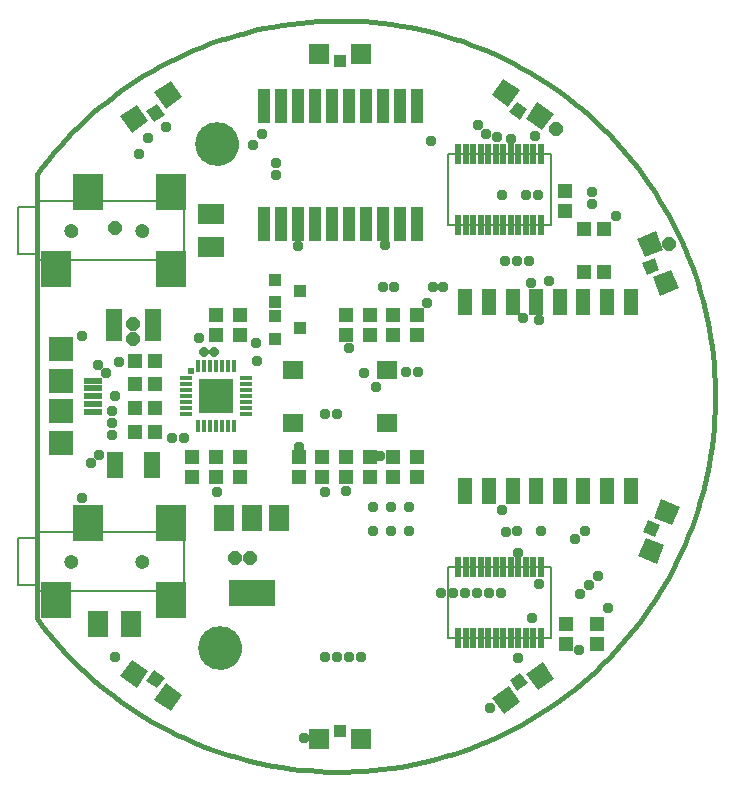
<source format=gts>
G75*
%MOIN*%
%OFA0B0*%
%FSLAX25Y25*%
%IPPOS*%
%LPD*%
%AMOC8*
5,1,8,0,0,1.08239X$1,22.5*
%
%ADD10C,0.01600*%
%ADD11C,0.00000*%
%ADD12C,0.14580*%
%ADD13R,0.04737X0.05131*%
%ADD14R,0.05131X0.04737*%
%ADD15R,0.06706X0.08674*%
%ADD16R,0.15761X0.08674*%
%ADD17R,0.05524X0.08674*%
%ADD18R,0.04737X0.08674*%
%ADD19R,0.06902X0.05918*%
%ADD20R,0.06312X0.02178*%
%ADD21R,0.08280X0.07887*%
%ADD22R,0.08280X0.08280*%
%ADD23R,0.10249X0.12414*%
%ADD24C,0.04737*%
%ADD25C,0.00500*%
%ADD26R,0.04343X0.04343*%
%ADD27R,0.06706X0.06706*%
%ADD28R,0.04343X0.04343*%
%ADD29R,0.06706X0.06706*%
%ADD30R,0.04134X0.01575*%
%ADD31R,0.01969X0.01969*%
%ADD32R,0.11811X0.11811*%
%ADD33R,0.01575X0.04134*%
%ADD34R,0.05524X0.10643*%
%ADD35R,0.04343X0.11824*%
%ADD36R,0.01981X0.06706*%
%ADD37R,0.04343X0.03950*%
%ADD38R,0.08674X0.07099*%
%ADD39R,0.07099X0.08674*%
%ADD40OC8,0.03600*%
%ADD41OC8,0.03581*%
%ADD42OC8,0.04400*%
%ADD43OC8,0.03400*%
%ADD44OC8,0.03200*%
D10*
X0049772Y0066937D02*
X0049772Y0214969D01*
X0051614Y0217418D01*
X0053515Y0219821D01*
X0055474Y0222176D01*
X0057491Y0224483D01*
X0059563Y0226740D01*
X0061690Y0228946D01*
X0063871Y0231099D01*
X0066103Y0233198D01*
X0068386Y0235242D01*
X0070719Y0237229D01*
X0073099Y0239158D01*
X0075526Y0241029D01*
X0077998Y0242840D01*
X0080513Y0244589D01*
X0083071Y0246277D01*
X0085669Y0247901D01*
X0088306Y0249462D01*
X0090981Y0250957D01*
X0093691Y0252387D01*
X0096435Y0253749D01*
X0099212Y0255044D01*
X0102020Y0256271D01*
X0104857Y0257429D01*
X0107722Y0258517D01*
X0110612Y0259534D01*
X0113526Y0260481D01*
X0116463Y0261355D01*
X0119420Y0262158D01*
X0122396Y0262888D01*
X0125389Y0263545D01*
X0128397Y0264129D01*
X0131419Y0264638D01*
X0134452Y0265074D01*
X0137494Y0265435D01*
X0140545Y0265722D01*
X0143602Y0265934D01*
X0146663Y0266071D01*
X0149727Y0266133D01*
X0152791Y0266120D01*
X0155854Y0266032D01*
X0158913Y0265869D01*
X0161968Y0265632D01*
X0165016Y0265319D01*
X0168056Y0264932D01*
X0171085Y0264471D01*
X0174102Y0263936D01*
X0177105Y0263327D01*
X0180093Y0262645D01*
X0183062Y0261890D01*
X0186013Y0261062D01*
X0188942Y0260163D01*
X0191848Y0259192D01*
X0194730Y0258150D01*
X0197585Y0257038D01*
X0200412Y0255857D01*
X0203210Y0254606D01*
X0205976Y0253288D01*
X0208708Y0251902D01*
X0211407Y0250450D01*
X0214068Y0248932D01*
X0216692Y0247349D01*
X0219277Y0245703D01*
X0221820Y0243994D01*
X0224321Y0242223D01*
X0226777Y0240392D01*
X0229188Y0238501D01*
X0231552Y0236551D01*
X0233868Y0234544D01*
X0236133Y0232481D01*
X0238348Y0230364D01*
X0240510Y0228192D01*
X0242619Y0225969D01*
X0244672Y0223695D01*
X0246669Y0221370D01*
X0248608Y0218998D01*
X0250489Y0216579D01*
X0252310Y0214115D01*
X0254071Y0211607D01*
X0255769Y0209056D01*
X0257404Y0206465D01*
X0258976Y0203835D01*
X0260482Y0201167D01*
X0261923Y0198462D01*
X0263297Y0195724D01*
X0264604Y0192952D01*
X0265843Y0190149D01*
X0267012Y0187317D01*
X0268112Y0184457D01*
X0269142Y0181571D01*
X0270101Y0178661D01*
X0270988Y0175728D01*
X0271803Y0172774D01*
X0272546Y0169802D01*
X0273215Y0166811D01*
X0273811Y0163806D01*
X0274334Y0160787D01*
X0274782Y0157755D01*
X0275156Y0154714D01*
X0275456Y0151665D01*
X0275681Y0148609D01*
X0275831Y0145548D01*
X0275906Y0142485D01*
X0275906Y0139421D01*
X0275831Y0136358D01*
X0275681Y0133297D01*
X0275456Y0130241D01*
X0275156Y0127192D01*
X0274782Y0124151D01*
X0274334Y0121119D01*
X0273811Y0118100D01*
X0273215Y0115095D01*
X0272546Y0112104D01*
X0271803Y0109132D01*
X0270988Y0106178D01*
X0270101Y0103245D01*
X0269142Y0100335D01*
X0268112Y0097449D01*
X0267012Y0094589D01*
X0265843Y0091757D01*
X0264604Y0088954D01*
X0263297Y0086182D01*
X0261923Y0083444D01*
X0260482Y0080739D01*
X0258976Y0078071D01*
X0257404Y0075441D01*
X0255769Y0072850D01*
X0254071Y0070299D01*
X0252310Y0067791D01*
X0250489Y0065327D01*
X0248608Y0062908D01*
X0246669Y0060536D01*
X0244672Y0058211D01*
X0242619Y0055937D01*
X0240510Y0053714D01*
X0238348Y0051542D01*
X0236133Y0049425D01*
X0233868Y0047362D01*
X0231552Y0045355D01*
X0229188Y0043405D01*
X0226777Y0041514D01*
X0224321Y0039683D01*
X0221820Y0037912D01*
X0219277Y0036203D01*
X0216692Y0034557D01*
X0214068Y0032974D01*
X0211407Y0031456D01*
X0208708Y0030004D01*
X0205976Y0028618D01*
X0203210Y0027300D01*
X0200412Y0026049D01*
X0197585Y0024868D01*
X0194730Y0023756D01*
X0191848Y0022714D01*
X0188942Y0021743D01*
X0186013Y0020844D01*
X0183062Y0020016D01*
X0180093Y0019261D01*
X0177105Y0018579D01*
X0174102Y0017970D01*
X0171085Y0017435D01*
X0168056Y0016974D01*
X0165016Y0016587D01*
X0161968Y0016274D01*
X0158913Y0016037D01*
X0155854Y0015874D01*
X0152791Y0015786D01*
X0149727Y0015773D01*
X0146663Y0015835D01*
X0143602Y0015972D01*
X0140545Y0016184D01*
X0137494Y0016471D01*
X0134452Y0016832D01*
X0131419Y0017268D01*
X0128397Y0017777D01*
X0125389Y0018361D01*
X0122396Y0019018D01*
X0119420Y0019748D01*
X0116463Y0020551D01*
X0113526Y0021425D01*
X0110612Y0022372D01*
X0107722Y0023389D01*
X0104857Y0024477D01*
X0102020Y0025635D01*
X0099212Y0026862D01*
X0096435Y0028157D01*
X0093691Y0029519D01*
X0090981Y0030949D01*
X0088306Y0032444D01*
X0085669Y0034005D01*
X0083071Y0035629D01*
X0080513Y0037317D01*
X0077998Y0039066D01*
X0075526Y0040877D01*
X0073099Y0042748D01*
X0070719Y0044677D01*
X0068386Y0046664D01*
X0066103Y0048708D01*
X0063871Y0050807D01*
X0061690Y0052960D01*
X0059563Y0055166D01*
X0057491Y0057423D01*
X0055474Y0059730D01*
X0053515Y0062085D01*
X0051614Y0064488D01*
X0049772Y0066937D01*
D11*
X0059417Y0085835D02*
X0059419Y0085923D01*
X0059425Y0086011D01*
X0059435Y0086099D01*
X0059449Y0086187D01*
X0059466Y0086273D01*
X0059488Y0086359D01*
X0059513Y0086443D01*
X0059543Y0086527D01*
X0059575Y0086609D01*
X0059612Y0086689D01*
X0059652Y0086768D01*
X0059696Y0086845D01*
X0059743Y0086920D01*
X0059793Y0086992D01*
X0059847Y0087063D01*
X0059903Y0087130D01*
X0059963Y0087196D01*
X0060025Y0087258D01*
X0060091Y0087318D01*
X0060158Y0087374D01*
X0060229Y0087428D01*
X0060301Y0087478D01*
X0060376Y0087525D01*
X0060453Y0087569D01*
X0060532Y0087609D01*
X0060612Y0087646D01*
X0060694Y0087678D01*
X0060778Y0087708D01*
X0060862Y0087733D01*
X0060948Y0087755D01*
X0061034Y0087772D01*
X0061122Y0087786D01*
X0061210Y0087796D01*
X0061298Y0087802D01*
X0061386Y0087804D01*
X0061474Y0087802D01*
X0061562Y0087796D01*
X0061650Y0087786D01*
X0061738Y0087772D01*
X0061824Y0087755D01*
X0061910Y0087733D01*
X0061994Y0087708D01*
X0062078Y0087678D01*
X0062160Y0087646D01*
X0062240Y0087609D01*
X0062319Y0087569D01*
X0062396Y0087525D01*
X0062471Y0087478D01*
X0062543Y0087428D01*
X0062614Y0087374D01*
X0062681Y0087318D01*
X0062747Y0087258D01*
X0062809Y0087196D01*
X0062869Y0087130D01*
X0062925Y0087063D01*
X0062979Y0086992D01*
X0063029Y0086920D01*
X0063076Y0086845D01*
X0063120Y0086768D01*
X0063160Y0086689D01*
X0063197Y0086609D01*
X0063229Y0086527D01*
X0063259Y0086443D01*
X0063284Y0086359D01*
X0063306Y0086273D01*
X0063323Y0086187D01*
X0063337Y0086099D01*
X0063347Y0086011D01*
X0063353Y0085923D01*
X0063355Y0085835D01*
X0063353Y0085747D01*
X0063347Y0085659D01*
X0063337Y0085571D01*
X0063323Y0085483D01*
X0063306Y0085397D01*
X0063284Y0085311D01*
X0063259Y0085227D01*
X0063229Y0085143D01*
X0063197Y0085061D01*
X0063160Y0084981D01*
X0063120Y0084902D01*
X0063076Y0084825D01*
X0063029Y0084750D01*
X0062979Y0084678D01*
X0062925Y0084607D01*
X0062869Y0084540D01*
X0062809Y0084474D01*
X0062747Y0084412D01*
X0062681Y0084352D01*
X0062614Y0084296D01*
X0062543Y0084242D01*
X0062471Y0084192D01*
X0062396Y0084145D01*
X0062319Y0084101D01*
X0062240Y0084061D01*
X0062160Y0084024D01*
X0062078Y0083992D01*
X0061994Y0083962D01*
X0061910Y0083937D01*
X0061824Y0083915D01*
X0061738Y0083898D01*
X0061650Y0083884D01*
X0061562Y0083874D01*
X0061474Y0083868D01*
X0061386Y0083866D01*
X0061298Y0083868D01*
X0061210Y0083874D01*
X0061122Y0083884D01*
X0061034Y0083898D01*
X0060948Y0083915D01*
X0060862Y0083937D01*
X0060778Y0083962D01*
X0060694Y0083992D01*
X0060612Y0084024D01*
X0060532Y0084061D01*
X0060453Y0084101D01*
X0060376Y0084145D01*
X0060301Y0084192D01*
X0060229Y0084242D01*
X0060158Y0084296D01*
X0060091Y0084352D01*
X0060025Y0084412D01*
X0059963Y0084474D01*
X0059903Y0084540D01*
X0059847Y0084607D01*
X0059793Y0084678D01*
X0059743Y0084750D01*
X0059696Y0084825D01*
X0059652Y0084902D01*
X0059612Y0084981D01*
X0059575Y0085061D01*
X0059543Y0085143D01*
X0059513Y0085227D01*
X0059488Y0085311D01*
X0059466Y0085397D01*
X0059449Y0085483D01*
X0059435Y0085571D01*
X0059425Y0085659D01*
X0059419Y0085747D01*
X0059417Y0085835D01*
X0083039Y0085835D02*
X0083041Y0085923D01*
X0083047Y0086011D01*
X0083057Y0086099D01*
X0083071Y0086187D01*
X0083088Y0086273D01*
X0083110Y0086359D01*
X0083135Y0086443D01*
X0083165Y0086527D01*
X0083197Y0086609D01*
X0083234Y0086689D01*
X0083274Y0086768D01*
X0083318Y0086845D01*
X0083365Y0086920D01*
X0083415Y0086992D01*
X0083469Y0087063D01*
X0083525Y0087130D01*
X0083585Y0087196D01*
X0083647Y0087258D01*
X0083713Y0087318D01*
X0083780Y0087374D01*
X0083851Y0087428D01*
X0083923Y0087478D01*
X0083998Y0087525D01*
X0084075Y0087569D01*
X0084154Y0087609D01*
X0084234Y0087646D01*
X0084316Y0087678D01*
X0084400Y0087708D01*
X0084484Y0087733D01*
X0084570Y0087755D01*
X0084656Y0087772D01*
X0084744Y0087786D01*
X0084832Y0087796D01*
X0084920Y0087802D01*
X0085008Y0087804D01*
X0085096Y0087802D01*
X0085184Y0087796D01*
X0085272Y0087786D01*
X0085360Y0087772D01*
X0085446Y0087755D01*
X0085532Y0087733D01*
X0085616Y0087708D01*
X0085700Y0087678D01*
X0085782Y0087646D01*
X0085862Y0087609D01*
X0085941Y0087569D01*
X0086018Y0087525D01*
X0086093Y0087478D01*
X0086165Y0087428D01*
X0086236Y0087374D01*
X0086303Y0087318D01*
X0086369Y0087258D01*
X0086431Y0087196D01*
X0086491Y0087130D01*
X0086547Y0087063D01*
X0086601Y0086992D01*
X0086651Y0086920D01*
X0086698Y0086845D01*
X0086742Y0086768D01*
X0086782Y0086689D01*
X0086819Y0086609D01*
X0086851Y0086527D01*
X0086881Y0086443D01*
X0086906Y0086359D01*
X0086928Y0086273D01*
X0086945Y0086187D01*
X0086959Y0086099D01*
X0086969Y0086011D01*
X0086975Y0085923D01*
X0086977Y0085835D01*
X0086975Y0085747D01*
X0086969Y0085659D01*
X0086959Y0085571D01*
X0086945Y0085483D01*
X0086928Y0085397D01*
X0086906Y0085311D01*
X0086881Y0085227D01*
X0086851Y0085143D01*
X0086819Y0085061D01*
X0086782Y0084981D01*
X0086742Y0084902D01*
X0086698Y0084825D01*
X0086651Y0084750D01*
X0086601Y0084678D01*
X0086547Y0084607D01*
X0086491Y0084540D01*
X0086431Y0084474D01*
X0086369Y0084412D01*
X0086303Y0084352D01*
X0086236Y0084296D01*
X0086165Y0084242D01*
X0086093Y0084192D01*
X0086018Y0084145D01*
X0085941Y0084101D01*
X0085862Y0084061D01*
X0085782Y0084024D01*
X0085700Y0083992D01*
X0085616Y0083962D01*
X0085532Y0083937D01*
X0085446Y0083915D01*
X0085360Y0083898D01*
X0085272Y0083884D01*
X0085184Y0083874D01*
X0085096Y0083868D01*
X0085008Y0083866D01*
X0084920Y0083868D01*
X0084832Y0083874D01*
X0084744Y0083884D01*
X0084656Y0083898D01*
X0084570Y0083915D01*
X0084484Y0083937D01*
X0084400Y0083962D01*
X0084316Y0083992D01*
X0084234Y0084024D01*
X0084154Y0084061D01*
X0084075Y0084101D01*
X0083998Y0084145D01*
X0083923Y0084192D01*
X0083851Y0084242D01*
X0083780Y0084296D01*
X0083713Y0084352D01*
X0083647Y0084412D01*
X0083585Y0084474D01*
X0083525Y0084540D01*
X0083469Y0084607D01*
X0083415Y0084678D01*
X0083365Y0084750D01*
X0083318Y0084825D01*
X0083274Y0084902D01*
X0083234Y0084981D01*
X0083197Y0085061D01*
X0083165Y0085143D01*
X0083135Y0085227D01*
X0083110Y0085311D01*
X0083088Y0085397D01*
X0083071Y0085483D01*
X0083057Y0085571D01*
X0083047Y0085659D01*
X0083041Y0085747D01*
X0083039Y0085835D01*
X0104110Y0057000D02*
X0104112Y0057169D01*
X0104118Y0057338D01*
X0104129Y0057507D01*
X0104143Y0057675D01*
X0104162Y0057843D01*
X0104185Y0058011D01*
X0104211Y0058178D01*
X0104242Y0058344D01*
X0104277Y0058510D01*
X0104316Y0058674D01*
X0104360Y0058838D01*
X0104407Y0059000D01*
X0104458Y0059161D01*
X0104513Y0059321D01*
X0104572Y0059480D01*
X0104634Y0059637D01*
X0104701Y0059792D01*
X0104772Y0059946D01*
X0104846Y0060098D01*
X0104924Y0060248D01*
X0105005Y0060396D01*
X0105090Y0060542D01*
X0105179Y0060686D01*
X0105271Y0060828D01*
X0105367Y0060967D01*
X0105466Y0061104D01*
X0105568Y0061239D01*
X0105674Y0061371D01*
X0105783Y0061500D01*
X0105895Y0061627D01*
X0106010Y0061751D01*
X0106128Y0061872D01*
X0106249Y0061990D01*
X0106373Y0062105D01*
X0106500Y0062217D01*
X0106629Y0062326D01*
X0106761Y0062432D01*
X0106896Y0062534D01*
X0107033Y0062633D01*
X0107172Y0062729D01*
X0107314Y0062821D01*
X0107458Y0062910D01*
X0107604Y0062995D01*
X0107752Y0063076D01*
X0107902Y0063154D01*
X0108054Y0063228D01*
X0108208Y0063299D01*
X0108363Y0063366D01*
X0108520Y0063428D01*
X0108679Y0063487D01*
X0108839Y0063542D01*
X0109000Y0063593D01*
X0109162Y0063640D01*
X0109326Y0063684D01*
X0109490Y0063723D01*
X0109656Y0063758D01*
X0109822Y0063789D01*
X0109989Y0063815D01*
X0110157Y0063838D01*
X0110325Y0063857D01*
X0110493Y0063871D01*
X0110662Y0063882D01*
X0110831Y0063888D01*
X0111000Y0063890D01*
X0111169Y0063888D01*
X0111338Y0063882D01*
X0111507Y0063871D01*
X0111675Y0063857D01*
X0111843Y0063838D01*
X0112011Y0063815D01*
X0112178Y0063789D01*
X0112344Y0063758D01*
X0112510Y0063723D01*
X0112674Y0063684D01*
X0112838Y0063640D01*
X0113000Y0063593D01*
X0113161Y0063542D01*
X0113321Y0063487D01*
X0113480Y0063428D01*
X0113637Y0063366D01*
X0113792Y0063299D01*
X0113946Y0063228D01*
X0114098Y0063154D01*
X0114248Y0063076D01*
X0114396Y0062995D01*
X0114542Y0062910D01*
X0114686Y0062821D01*
X0114828Y0062729D01*
X0114967Y0062633D01*
X0115104Y0062534D01*
X0115239Y0062432D01*
X0115371Y0062326D01*
X0115500Y0062217D01*
X0115627Y0062105D01*
X0115751Y0061990D01*
X0115872Y0061872D01*
X0115990Y0061751D01*
X0116105Y0061627D01*
X0116217Y0061500D01*
X0116326Y0061371D01*
X0116432Y0061239D01*
X0116534Y0061104D01*
X0116633Y0060967D01*
X0116729Y0060828D01*
X0116821Y0060686D01*
X0116910Y0060542D01*
X0116995Y0060396D01*
X0117076Y0060248D01*
X0117154Y0060098D01*
X0117228Y0059946D01*
X0117299Y0059792D01*
X0117366Y0059637D01*
X0117428Y0059480D01*
X0117487Y0059321D01*
X0117542Y0059161D01*
X0117593Y0059000D01*
X0117640Y0058838D01*
X0117684Y0058674D01*
X0117723Y0058510D01*
X0117758Y0058344D01*
X0117789Y0058178D01*
X0117815Y0058011D01*
X0117838Y0057843D01*
X0117857Y0057675D01*
X0117871Y0057507D01*
X0117882Y0057338D01*
X0117888Y0057169D01*
X0117890Y0057000D01*
X0117888Y0056831D01*
X0117882Y0056662D01*
X0117871Y0056493D01*
X0117857Y0056325D01*
X0117838Y0056157D01*
X0117815Y0055989D01*
X0117789Y0055822D01*
X0117758Y0055656D01*
X0117723Y0055490D01*
X0117684Y0055326D01*
X0117640Y0055162D01*
X0117593Y0055000D01*
X0117542Y0054839D01*
X0117487Y0054679D01*
X0117428Y0054520D01*
X0117366Y0054363D01*
X0117299Y0054208D01*
X0117228Y0054054D01*
X0117154Y0053902D01*
X0117076Y0053752D01*
X0116995Y0053604D01*
X0116910Y0053458D01*
X0116821Y0053314D01*
X0116729Y0053172D01*
X0116633Y0053033D01*
X0116534Y0052896D01*
X0116432Y0052761D01*
X0116326Y0052629D01*
X0116217Y0052500D01*
X0116105Y0052373D01*
X0115990Y0052249D01*
X0115872Y0052128D01*
X0115751Y0052010D01*
X0115627Y0051895D01*
X0115500Y0051783D01*
X0115371Y0051674D01*
X0115239Y0051568D01*
X0115104Y0051466D01*
X0114967Y0051367D01*
X0114828Y0051271D01*
X0114686Y0051179D01*
X0114542Y0051090D01*
X0114396Y0051005D01*
X0114248Y0050924D01*
X0114098Y0050846D01*
X0113946Y0050772D01*
X0113792Y0050701D01*
X0113637Y0050634D01*
X0113480Y0050572D01*
X0113321Y0050513D01*
X0113161Y0050458D01*
X0113000Y0050407D01*
X0112838Y0050360D01*
X0112674Y0050316D01*
X0112510Y0050277D01*
X0112344Y0050242D01*
X0112178Y0050211D01*
X0112011Y0050185D01*
X0111843Y0050162D01*
X0111675Y0050143D01*
X0111507Y0050129D01*
X0111338Y0050118D01*
X0111169Y0050112D01*
X0111000Y0050110D01*
X0110831Y0050112D01*
X0110662Y0050118D01*
X0110493Y0050129D01*
X0110325Y0050143D01*
X0110157Y0050162D01*
X0109989Y0050185D01*
X0109822Y0050211D01*
X0109656Y0050242D01*
X0109490Y0050277D01*
X0109326Y0050316D01*
X0109162Y0050360D01*
X0109000Y0050407D01*
X0108839Y0050458D01*
X0108679Y0050513D01*
X0108520Y0050572D01*
X0108363Y0050634D01*
X0108208Y0050701D01*
X0108054Y0050772D01*
X0107902Y0050846D01*
X0107752Y0050924D01*
X0107604Y0051005D01*
X0107458Y0051090D01*
X0107314Y0051179D01*
X0107172Y0051271D01*
X0107033Y0051367D01*
X0106896Y0051466D01*
X0106761Y0051568D01*
X0106629Y0051674D01*
X0106500Y0051783D01*
X0106373Y0051895D01*
X0106249Y0052010D01*
X0106128Y0052128D01*
X0106010Y0052249D01*
X0105895Y0052373D01*
X0105783Y0052500D01*
X0105674Y0052629D01*
X0105568Y0052761D01*
X0105466Y0052896D01*
X0105367Y0053033D01*
X0105271Y0053172D01*
X0105179Y0053314D01*
X0105090Y0053458D01*
X0105005Y0053604D01*
X0104924Y0053752D01*
X0104846Y0053902D01*
X0104772Y0054054D01*
X0104701Y0054208D01*
X0104634Y0054363D01*
X0104572Y0054520D01*
X0104513Y0054679D01*
X0104458Y0054839D01*
X0104407Y0055000D01*
X0104360Y0055162D01*
X0104316Y0055326D01*
X0104277Y0055490D01*
X0104242Y0055656D01*
X0104211Y0055822D01*
X0104185Y0055989D01*
X0104162Y0056157D01*
X0104143Y0056325D01*
X0104129Y0056493D01*
X0104118Y0056662D01*
X0104112Y0056831D01*
X0104110Y0057000D01*
X0083039Y0196071D02*
X0083041Y0196159D01*
X0083047Y0196247D01*
X0083057Y0196335D01*
X0083071Y0196423D01*
X0083088Y0196509D01*
X0083110Y0196595D01*
X0083135Y0196679D01*
X0083165Y0196763D01*
X0083197Y0196845D01*
X0083234Y0196925D01*
X0083274Y0197004D01*
X0083318Y0197081D01*
X0083365Y0197156D01*
X0083415Y0197228D01*
X0083469Y0197299D01*
X0083525Y0197366D01*
X0083585Y0197432D01*
X0083647Y0197494D01*
X0083713Y0197554D01*
X0083780Y0197610D01*
X0083851Y0197664D01*
X0083923Y0197714D01*
X0083998Y0197761D01*
X0084075Y0197805D01*
X0084154Y0197845D01*
X0084234Y0197882D01*
X0084316Y0197914D01*
X0084400Y0197944D01*
X0084484Y0197969D01*
X0084570Y0197991D01*
X0084656Y0198008D01*
X0084744Y0198022D01*
X0084832Y0198032D01*
X0084920Y0198038D01*
X0085008Y0198040D01*
X0085096Y0198038D01*
X0085184Y0198032D01*
X0085272Y0198022D01*
X0085360Y0198008D01*
X0085446Y0197991D01*
X0085532Y0197969D01*
X0085616Y0197944D01*
X0085700Y0197914D01*
X0085782Y0197882D01*
X0085862Y0197845D01*
X0085941Y0197805D01*
X0086018Y0197761D01*
X0086093Y0197714D01*
X0086165Y0197664D01*
X0086236Y0197610D01*
X0086303Y0197554D01*
X0086369Y0197494D01*
X0086431Y0197432D01*
X0086491Y0197366D01*
X0086547Y0197299D01*
X0086601Y0197228D01*
X0086651Y0197156D01*
X0086698Y0197081D01*
X0086742Y0197004D01*
X0086782Y0196925D01*
X0086819Y0196845D01*
X0086851Y0196763D01*
X0086881Y0196679D01*
X0086906Y0196595D01*
X0086928Y0196509D01*
X0086945Y0196423D01*
X0086959Y0196335D01*
X0086969Y0196247D01*
X0086975Y0196159D01*
X0086977Y0196071D01*
X0086975Y0195983D01*
X0086969Y0195895D01*
X0086959Y0195807D01*
X0086945Y0195719D01*
X0086928Y0195633D01*
X0086906Y0195547D01*
X0086881Y0195463D01*
X0086851Y0195379D01*
X0086819Y0195297D01*
X0086782Y0195217D01*
X0086742Y0195138D01*
X0086698Y0195061D01*
X0086651Y0194986D01*
X0086601Y0194914D01*
X0086547Y0194843D01*
X0086491Y0194776D01*
X0086431Y0194710D01*
X0086369Y0194648D01*
X0086303Y0194588D01*
X0086236Y0194532D01*
X0086165Y0194478D01*
X0086093Y0194428D01*
X0086018Y0194381D01*
X0085941Y0194337D01*
X0085862Y0194297D01*
X0085782Y0194260D01*
X0085700Y0194228D01*
X0085616Y0194198D01*
X0085532Y0194173D01*
X0085446Y0194151D01*
X0085360Y0194134D01*
X0085272Y0194120D01*
X0085184Y0194110D01*
X0085096Y0194104D01*
X0085008Y0194102D01*
X0084920Y0194104D01*
X0084832Y0194110D01*
X0084744Y0194120D01*
X0084656Y0194134D01*
X0084570Y0194151D01*
X0084484Y0194173D01*
X0084400Y0194198D01*
X0084316Y0194228D01*
X0084234Y0194260D01*
X0084154Y0194297D01*
X0084075Y0194337D01*
X0083998Y0194381D01*
X0083923Y0194428D01*
X0083851Y0194478D01*
X0083780Y0194532D01*
X0083713Y0194588D01*
X0083647Y0194648D01*
X0083585Y0194710D01*
X0083525Y0194776D01*
X0083469Y0194843D01*
X0083415Y0194914D01*
X0083365Y0194986D01*
X0083318Y0195061D01*
X0083274Y0195138D01*
X0083234Y0195217D01*
X0083197Y0195297D01*
X0083165Y0195379D01*
X0083135Y0195463D01*
X0083110Y0195547D01*
X0083088Y0195633D01*
X0083071Y0195719D01*
X0083057Y0195807D01*
X0083047Y0195895D01*
X0083041Y0195983D01*
X0083039Y0196071D01*
X0059417Y0196071D02*
X0059419Y0196159D01*
X0059425Y0196247D01*
X0059435Y0196335D01*
X0059449Y0196423D01*
X0059466Y0196509D01*
X0059488Y0196595D01*
X0059513Y0196679D01*
X0059543Y0196763D01*
X0059575Y0196845D01*
X0059612Y0196925D01*
X0059652Y0197004D01*
X0059696Y0197081D01*
X0059743Y0197156D01*
X0059793Y0197228D01*
X0059847Y0197299D01*
X0059903Y0197366D01*
X0059963Y0197432D01*
X0060025Y0197494D01*
X0060091Y0197554D01*
X0060158Y0197610D01*
X0060229Y0197664D01*
X0060301Y0197714D01*
X0060376Y0197761D01*
X0060453Y0197805D01*
X0060532Y0197845D01*
X0060612Y0197882D01*
X0060694Y0197914D01*
X0060778Y0197944D01*
X0060862Y0197969D01*
X0060948Y0197991D01*
X0061034Y0198008D01*
X0061122Y0198022D01*
X0061210Y0198032D01*
X0061298Y0198038D01*
X0061386Y0198040D01*
X0061474Y0198038D01*
X0061562Y0198032D01*
X0061650Y0198022D01*
X0061738Y0198008D01*
X0061824Y0197991D01*
X0061910Y0197969D01*
X0061994Y0197944D01*
X0062078Y0197914D01*
X0062160Y0197882D01*
X0062240Y0197845D01*
X0062319Y0197805D01*
X0062396Y0197761D01*
X0062471Y0197714D01*
X0062543Y0197664D01*
X0062614Y0197610D01*
X0062681Y0197554D01*
X0062747Y0197494D01*
X0062809Y0197432D01*
X0062869Y0197366D01*
X0062925Y0197299D01*
X0062979Y0197228D01*
X0063029Y0197156D01*
X0063076Y0197081D01*
X0063120Y0197004D01*
X0063160Y0196925D01*
X0063197Y0196845D01*
X0063229Y0196763D01*
X0063259Y0196679D01*
X0063284Y0196595D01*
X0063306Y0196509D01*
X0063323Y0196423D01*
X0063337Y0196335D01*
X0063347Y0196247D01*
X0063353Y0196159D01*
X0063355Y0196071D01*
X0063353Y0195983D01*
X0063347Y0195895D01*
X0063337Y0195807D01*
X0063323Y0195719D01*
X0063306Y0195633D01*
X0063284Y0195547D01*
X0063259Y0195463D01*
X0063229Y0195379D01*
X0063197Y0195297D01*
X0063160Y0195217D01*
X0063120Y0195138D01*
X0063076Y0195061D01*
X0063029Y0194986D01*
X0062979Y0194914D01*
X0062925Y0194843D01*
X0062869Y0194776D01*
X0062809Y0194710D01*
X0062747Y0194648D01*
X0062681Y0194588D01*
X0062614Y0194532D01*
X0062543Y0194478D01*
X0062471Y0194428D01*
X0062396Y0194381D01*
X0062319Y0194337D01*
X0062240Y0194297D01*
X0062160Y0194260D01*
X0062078Y0194228D01*
X0061994Y0194198D01*
X0061910Y0194173D01*
X0061824Y0194151D01*
X0061738Y0194134D01*
X0061650Y0194120D01*
X0061562Y0194110D01*
X0061474Y0194104D01*
X0061386Y0194102D01*
X0061298Y0194104D01*
X0061210Y0194110D01*
X0061122Y0194120D01*
X0061034Y0194134D01*
X0060948Y0194151D01*
X0060862Y0194173D01*
X0060778Y0194198D01*
X0060694Y0194228D01*
X0060612Y0194260D01*
X0060532Y0194297D01*
X0060453Y0194337D01*
X0060376Y0194381D01*
X0060301Y0194428D01*
X0060229Y0194478D01*
X0060158Y0194532D01*
X0060091Y0194588D01*
X0060025Y0194648D01*
X0059963Y0194710D01*
X0059903Y0194776D01*
X0059847Y0194843D01*
X0059793Y0194914D01*
X0059743Y0194986D01*
X0059696Y0195061D01*
X0059652Y0195138D01*
X0059612Y0195217D01*
X0059575Y0195297D01*
X0059543Y0195379D01*
X0059513Y0195463D01*
X0059488Y0195547D01*
X0059466Y0195633D01*
X0059449Y0195719D01*
X0059435Y0195807D01*
X0059425Y0195895D01*
X0059419Y0195983D01*
X0059417Y0196071D01*
X0103110Y0225000D02*
X0103112Y0225169D01*
X0103118Y0225338D01*
X0103129Y0225507D01*
X0103143Y0225675D01*
X0103162Y0225843D01*
X0103185Y0226011D01*
X0103211Y0226178D01*
X0103242Y0226344D01*
X0103277Y0226510D01*
X0103316Y0226674D01*
X0103360Y0226838D01*
X0103407Y0227000D01*
X0103458Y0227161D01*
X0103513Y0227321D01*
X0103572Y0227480D01*
X0103634Y0227637D01*
X0103701Y0227792D01*
X0103772Y0227946D01*
X0103846Y0228098D01*
X0103924Y0228248D01*
X0104005Y0228396D01*
X0104090Y0228542D01*
X0104179Y0228686D01*
X0104271Y0228828D01*
X0104367Y0228967D01*
X0104466Y0229104D01*
X0104568Y0229239D01*
X0104674Y0229371D01*
X0104783Y0229500D01*
X0104895Y0229627D01*
X0105010Y0229751D01*
X0105128Y0229872D01*
X0105249Y0229990D01*
X0105373Y0230105D01*
X0105500Y0230217D01*
X0105629Y0230326D01*
X0105761Y0230432D01*
X0105896Y0230534D01*
X0106033Y0230633D01*
X0106172Y0230729D01*
X0106314Y0230821D01*
X0106458Y0230910D01*
X0106604Y0230995D01*
X0106752Y0231076D01*
X0106902Y0231154D01*
X0107054Y0231228D01*
X0107208Y0231299D01*
X0107363Y0231366D01*
X0107520Y0231428D01*
X0107679Y0231487D01*
X0107839Y0231542D01*
X0108000Y0231593D01*
X0108162Y0231640D01*
X0108326Y0231684D01*
X0108490Y0231723D01*
X0108656Y0231758D01*
X0108822Y0231789D01*
X0108989Y0231815D01*
X0109157Y0231838D01*
X0109325Y0231857D01*
X0109493Y0231871D01*
X0109662Y0231882D01*
X0109831Y0231888D01*
X0110000Y0231890D01*
X0110169Y0231888D01*
X0110338Y0231882D01*
X0110507Y0231871D01*
X0110675Y0231857D01*
X0110843Y0231838D01*
X0111011Y0231815D01*
X0111178Y0231789D01*
X0111344Y0231758D01*
X0111510Y0231723D01*
X0111674Y0231684D01*
X0111838Y0231640D01*
X0112000Y0231593D01*
X0112161Y0231542D01*
X0112321Y0231487D01*
X0112480Y0231428D01*
X0112637Y0231366D01*
X0112792Y0231299D01*
X0112946Y0231228D01*
X0113098Y0231154D01*
X0113248Y0231076D01*
X0113396Y0230995D01*
X0113542Y0230910D01*
X0113686Y0230821D01*
X0113828Y0230729D01*
X0113967Y0230633D01*
X0114104Y0230534D01*
X0114239Y0230432D01*
X0114371Y0230326D01*
X0114500Y0230217D01*
X0114627Y0230105D01*
X0114751Y0229990D01*
X0114872Y0229872D01*
X0114990Y0229751D01*
X0115105Y0229627D01*
X0115217Y0229500D01*
X0115326Y0229371D01*
X0115432Y0229239D01*
X0115534Y0229104D01*
X0115633Y0228967D01*
X0115729Y0228828D01*
X0115821Y0228686D01*
X0115910Y0228542D01*
X0115995Y0228396D01*
X0116076Y0228248D01*
X0116154Y0228098D01*
X0116228Y0227946D01*
X0116299Y0227792D01*
X0116366Y0227637D01*
X0116428Y0227480D01*
X0116487Y0227321D01*
X0116542Y0227161D01*
X0116593Y0227000D01*
X0116640Y0226838D01*
X0116684Y0226674D01*
X0116723Y0226510D01*
X0116758Y0226344D01*
X0116789Y0226178D01*
X0116815Y0226011D01*
X0116838Y0225843D01*
X0116857Y0225675D01*
X0116871Y0225507D01*
X0116882Y0225338D01*
X0116888Y0225169D01*
X0116890Y0225000D01*
X0116888Y0224831D01*
X0116882Y0224662D01*
X0116871Y0224493D01*
X0116857Y0224325D01*
X0116838Y0224157D01*
X0116815Y0223989D01*
X0116789Y0223822D01*
X0116758Y0223656D01*
X0116723Y0223490D01*
X0116684Y0223326D01*
X0116640Y0223162D01*
X0116593Y0223000D01*
X0116542Y0222839D01*
X0116487Y0222679D01*
X0116428Y0222520D01*
X0116366Y0222363D01*
X0116299Y0222208D01*
X0116228Y0222054D01*
X0116154Y0221902D01*
X0116076Y0221752D01*
X0115995Y0221604D01*
X0115910Y0221458D01*
X0115821Y0221314D01*
X0115729Y0221172D01*
X0115633Y0221033D01*
X0115534Y0220896D01*
X0115432Y0220761D01*
X0115326Y0220629D01*
X0115217Y0220500D01*
X0115105Y0220373D01*
X0114990Y0220249D01*
X0114872Y0220128D01*
X0114751Y0220010D01*
X0114627Y0219895D01*
X0114500Y0219783D01*
X0114371Y0219674D01*
X0114239Y0219568D01*
X0114104Y0219466D01*
X0113967Y0219367D01*
X0113828Y0219271D01*
X0113686Y0219179D01*
X0113542Y0219090D01*
X0113396Y0219005D01*
X0113248Y0218924D01*
X0113098Y0218846D01*
X0112946Y0218772D01*
X0112792Y0218701D01*
X0112637Y0218634D01*
X0112480Y0218572D01*
X0112321Y0218513D01*
X0112161Y0218458D01*
X0112000Y0218407D01*
X0111838Y0218360D01*
X0111674Y0218316D01*
X0111510Y0218277D01*
X0111344Y0218242D01*
X0111178Y0218211D01*
X0111011Y0218185D01*
X0110843Y0218162D01*
X0110675Y0218143D01*
X0110507Y0218129D01*
X0110338Y0218118D01*
X0110169Y0218112D01*
X0110000Y0218110D01*
X0109831Y0218112D01*
X0109662Y0218118D01*
X0109493Y0218129D01*
X0109325Y0218143D01*
X0109157Y0218162D01*
X0108989Y0218185D01*
X0108822Y0218211D01*
X0108656Y0218242D01*
X0108490Y0218277D01*
X0108326Y0218316D01*
X0108162Y0218360D01*
X0108000Y0218407D01*
X0107839Y0218458D01*
X0107679Y0218513D01*
X0107520Y0218572D01*
X0107363Y0218634D01*
X0107208Y0218701D01*
X0107054Y0218772D01*
X0106902Y0218846D01*
X0106752Y0218924D01*
X0106604Y0219005D01*
X0106458Y0219090D01*
X0106314Y0219179D01*
X0106172Y0219271D01*
X0106033Y0219367D01*
X0105896Y0219466D01*
X0105761Y0219568D01*
X0105629Y0219674D01*
X0105500Y0219783D01*
X0105373Y0219895D01*
X0105249Y0220010D01*
X0105128Y0220128D01*
X0105010Y0220249D01*
X0104895Y0220373D01*
X0104783Y0220500D01*
X0104674Y0220629D01*
X0104568Y0220761D01*
X0104466Y0220896D01*
X0104367Y0221033D01*
X0104271Y0221172D01*
X0104179Y0221314D01*
X0104090Y0221458D01*
X0104005Y0221604D01*
X0103924Y0221752D01*
X0103846Y0221902D01*
X0103772Y0222054D01*
X0103701Y0222208D01*
X0103634Y0222363D01*
X0103572Y0222520D01*
X0103513Y0222679D01*
X0103458Y0222839D01*
X0103407Y0223000D01*
X0103360Y0223162D01*
X0103316Y0223326D01*
X0103277Y0223490D01*
X0103242Y0223656D01*
X0103211Y0223822D01*
X0103185Y0223989D01*
X0103162Y0224157D01*
X0103143Y0224325D01*
X0103129Y0224493D01*
X0103118Y0224662D01*
X0103112Y0224831D01*
X0103110Y0225000D01*
D12*
X0110000Y0225000D03*
X0111000Y0057000D03*
D13*
X0101740Y0113984D03*
X0101740Y0120677D03*
X0089339Y0145047D03*
X0082646Y0145047D03*
X0082685Y0152764D03*
X0089378Y0152764D03*
X0168669Y0161228D03*
X0168669Y0167921D03*
X0225756Y0202598D03*
X0225756Y0209291D03*
X0232260Y0196591D03*
X0238953Y0196591D03*
X0238945Y0182291D03*
X0232252Y0182291D03*
X0226150Y0064976D03*
X0226150Y0058283D03*
D14*
X0236425Y0058299D03*
X0236425Y0064992D03*
X0176543Y0113984D03*
X0176543Y0120677D03*
X0168669Y0120677D03*
X0168669Y0113984D03*
X0160795Y0113984D03*
X0160795Y0120677D03*
X0152921Y0120677D03*
X0152921Y0113984D03*
X0145047Y0113984D03*
X0145047Y0120677D03*
X0137173Y0120677D03*
X0137173Y0113984D03*
X0117488Y0113984D03*
X0117488Y0120677D03*
X0109614Y0120677D03*
X0109614Y0113984D03*
X0089339Y0129142D03*
X0082646Y0129142D03*
X0082646Y0137016D03*
X0089339Y0137016D03*
X0109614Y0161228D03*
X0117488Y0161228D03*
X0117488Y0167921D03*
X0109614Y0167921D03*
X0152921Y0167921D03*
X0160795Y0167921D03*
X0160795Y0161228D03*
X0152921Y0161228D03*
X0176543Y0161228D03*
X0176543Y0167921D03*
D15*
X0130480Y0100205D03*
X0121425Y0100205D03*
X0112370Y0100205D03*
D16*
X0121425Y0075402D03*
D17*
X0088354Y0117961D03*
X0075756Y0117961D03*
D18*
X0192685Y0109457D03*
X0200559Y0109457D03*
X0208433Y0109457D03*
X0216307Y0109457D03*
X0224181Y0109457D03*
X0232055Y0109457D03*
X0239929Y0109457D03*
X0247803Y0109457D03*
X0247803Y0172449D03*
X0239929Y0172449D03*
X0232055Y0172449D03*
X0224181Y0172449D03*
X0216307Y0172449D03*
X0208433Y0172449D03*
X0200559Y0172449D03*
X0192685Y0172449D03*
D19*
X0166602Y0149811D03*
X0166602Y0132094D03*
X0135303Y0132094D03*
X0135303Y0149811D03*
D20*
X0068512Y0146071D03*
X0068512Y0143512D03*
X0068512Y0140953D03*
X0068512Y0138394D03*
X0068512Y0135835D03*
D21*
X0058079Y0125205D03*
X0058079Y0156701D03*
D22*
X0058079Y0145953D03*
X0058079Y0135953D03*
D23*
X0066898Y0098728D03*
X0094457Y0098728D03*
X0094457Y0072941D03*
X0056268Y0072941D03*
X0056268Y0183177D03*
X0066898Y0208965D03*
X0094457Y0208965D03*
X0094457Y0183177D03*
D24*
X0085008Y0196071D03*
X0061386Y0196071D03*
X0061386Y0085835D03*
X0085008Y0085835D03*
D25*
X0098787Y0095677D02*
X0098787Y0075992D01*
X0049575Y0075992D01*
X0049575Y0077961D01*
X0043669Y0077961D01*
X0043669Y0093709D01*
X0049575Y0093709D01*
X0049575Y0095677D01*
X0098787Y0095677D01*
X0187055Y0083866D02*
X0187055Y0060244D01*
X0221150Y0060244D01*
X0221150Y0083866D01*
X0187055Y0083866D01*
X0098787Y0186228D02*
X0098787Y0205913D01*
X0049575Y0205913D01*
X0049575Y0203945D01*
X0043669Y0203945D01*
X0043669Y0188197D01*
X0049575Y0188197D01*
X0049575Y0186228D01*
X0098787Y0186228D01*
X0187055Y0198039D02*
X0187055Y0221661D01*
X0221150Y0221661D01*
X0221150Y0198039D01*
X0187055Y0198039D01*
D26*
X0150953Y0252567D03*
X0150953Y0029339D03*
D27*
X0157843Y0026780D03*
X0144063Y0026780D03*
X0144063Y0255126D03*
X0157843Y0255126D03*
D28*
G36*
X0207328Y0235528D02*
X0209818Y0239084D01*
X0213374Y0236594D01*
X0210884Y0233038D01*
X0207328Y0235528D01*
G37*
G36*
X0251738Y0185406D02*
X0255763Y0187033D01*
X0257390Y0183008D01*
X0253365Y0181381D01*
X0251738Y0185406D01*
G37*
G36*
X0253641Y0099619D02*
X0257666Y0097992D01*
X0256039Y0093967D01*
X0252014Y0095594D01*
X0253641Y0099619D01*
G37*
G36*
X0211081Y0048749D02*
X0213571Y0045193D01*
X0210015Y0042703D01*
X0207525Y0046259D01*
X0211081Y0048749D01*
G37*
G36*
X0092451Y0047125D02*
X0089961Y0043569D01*
X0086405Y0046059D01*
X0088895Y0049615D01*
X0092451Y0047125D01*
G37*
G36*
X0088895Y0232290D02*
X0086405Y0235846D01*
X0089961Y0238336D01*
X0092451Y0234780D01*
X0088895Y0232290D01*
G37*
D29*
G36*
X0081494Y0228789D02*
X0077648Y0234281D01*
X0083140Y0238127D01*
X0086986Y0232635D01*
X0081494Y0228789D01*
G37*
G36*
X0092781Y0236692D02*
X0088935Y0242184D01*
X0094427Y0246030D01*
X0098273Y0240538D01*
X0092781Y0236692D01*
G37*
G36*
X0201506Y0241286D02*
X0205352Y0246778D01*
X0210844Y0242932D01*
X0206998Y0237440D01*
X0201506Y0241286D01*
G37*
G36*
X0212794Y0233383D02*
X0216640Y0238875D01*
X0222132Y0235029D01*
X0218286Y0229537D01*
X0212794Y0233383D01*
G37*
G36*
X0249992Y0193405D02*
X0256208Y0195917D01*
X0258720Y0189701D01*
X0252504Y0187189D01*
X0249992Y0193405D01*
G37*
G36*
X0255154Y0180629D02*
X0261370Y0183141D01*
X0263882Y0176925D01*
X0257666Y0174413D01*
X0255154Y0180629D01*
G37*
G36*
X0257942Y0106587D02*
X0264158Y0104075D01*
X0261646Y0097859D01*
X0255430Y0100371D01*
X0257942Y0106587D01*
G37*
G36*
X0252780Y0093811D02*
X0258996Y0091299D01*
X0256484Y0085083D01*
X0250268Y0087595D01*
X0252780Y0093811D01*
G37*
G36*
X0218483Y0052251D02*
X0222329Y0046759D01*
X0216837Y0042913D01*
X0212991Y0048405D01*
X0218483Y0052251D01*
G37*
G36*
X0207195Y0044347D02*
X0211041Y0038855D01*
X0205549Y0035009D01*
X0201703Y0040501D01*
X0207195Y0044347D01*
G37*
G36*
X0098273Y0041367D02*
X0094427Y0035875D01*
X0088935Y0039721D01*
X0092781Y0045213D01*
X0098273Y0041367D01*
G37*
G36*
X0086986Y0049271D02*
X0083140Y0043779D01*
X0077648Y0047625D01*
X0081494Y0053117D01*
X0086986Y0049271D01*
G37*
D30*
X0099673Y0135047D03*
X0099673Y0137016D03*
X0099673Y0138984D03*
X0099673Y0140953D03*
X0099673Y0142921D03*
X0099673Y0144890D03*
X0099673Y0146858D03*
X0119555Y0146858D03*
X0119555Y0144890D03*
X0119555Y0142921D03*
X0119555Y0140953D03*
X0119555Y0138984D03*
X0119555Y0137016D03*
X0119555Y0135047D03*
D31*
X0101337Y0149230D03*
D32*
X0109614Y0140953D03*
D33*
X0109614Y0131012D03*
X0107646Y0131012D03*
X0105677Y0131012D03*
X0103709Y0131012D03*
X0111583Y0131012D03*
X0113551Y0131012D03*
X0115520Y0131012D03*
X0115520Y0150894D03*
X0113551Y0150894D03*
X0111583Y0150894D03*
X0109614Y0150894D03*
X0107646Y0150894D03*
X0105677Y0150894D03*
X0103709Y0150894D03*
D34*
X0088551Y0164575D03*
X0075559Y0164575D03*
D35*
X0125441Y0198197D03*
X0131110Y0198197D03*
X0136780Y0198197D03*
X0142449Y0198197D03*
X0148118Y0198197D03*
X0153787Y0198197D03*
X0159457Y0198197D03*
X0165126Y0198197D03*
X0170795Y0198197D03*
X0176465Y0198197D03*
X0176465Y0237567D03*
X0170795Y0237567D03*
X0165126Y0237567D03*
X0159457Y0237567D03*
X0153787Y0237567D03*
X0148118Y0237567D03*
X0142449Y0237567D03*
X0136780Y0237567D03*
X0131110Y0237567D03*
X0125441Y0237567D03*
D36*
X0190352Y0221661D03*
X0192852Y0221661D03*
X0195352Y0221661D03*
X0197852Y0221661D03*
X0200352Y0221661D03*
X0202852Y0221661D03*
X0205352Y0221661D03*
X0207852Y0221661D03*
X0210352Y0221661D03*
X0212852Y0221661D03*
X0215352Y0221661D03*
X0217852Y0221661D03*
X0217852Y0198039D03*
X0215352Y0198039D03*
X0212852Y0198039D03*
X0210352Y0198039D03*
X0207852Y0198039D03*
X0205352Y0198039D03*
X0202852Y0198039D03*
X0200352Y0198039D03*
X0197852Y0198039D03*
X0195352Y0198039D03*
X0192852Y0198039D03*
X0190352Y0198039D03*
X0190352Y0083866D03*
X0192852Y0083866D03*
X0195352Y0083866D03*
X0197852Y0083866D03*
X0200352Y0083866D03*
X0202852Y0083866D03*
X0205352Y0083866D03*
X0207852Y0083866D03*
X0210352Y0083866D03*
X0212852Y0083866D03*
X0215352Y0083866D03*
X0217852Y0083866D03*
X0217852Y0060244D03*
X0215352Y0060244D03*
X0212852Y0060244D03*
X0210352Y0060244D03*
X0207852Y0060244D03*
X0205352Y0060244D03*
X0202852Y0060244D03*
X0200352Y0060244D03*
X0197852Y0060244D03*
X0195352Y0060244D03*
X0192852Y0060244D03*
X0190352Y0060244D03*
D37*
X0129299Y0160035D03*
X0137567Y0163775D03*
X0129299Y0167515D03*
X0129299Y0172214D03*
X0137567Y0175954D03*
X0129299Y0179694D03*
D38*
X0107800Y0190688D03*
X0107800Y0201712D03*
D39*
X0070288Y0065000D03*
X0081312Y0065000D03*
D40*
X0076000Y0054000D03*
X0065000Y0107000D03*
X0070480Y0121425D03*
X0075000Y0128000D03*
X0075000Y0132000D03*
X0075000Y0136000D03*
X0072780Y0148528D03*
X0065000Y0161000D03*
X0095000Y0127000D03*
X0099000Y0127000D03*
X0110000Y0109000D03*
X0137213Y0123984D03*
X0146000Y0135000D03*
X0150000Y0135000D03*
X0163000Y0144000D03*
X0173000Y0149000D03*
X0177000Y0149000D03*
X0154000Y0157000D03*
X0165400Y0177400D03*
X0169000Y0177400D03*
X0180000Y0172000D03*
X0181800Y0177400D03*
X0185400Y0177400D03*
X0206000Y0186000D03*
X0210000Y0186000D03*
X0214000Y0186000D03*
X0220600Y0179400D03*
X0214600Y0178600D03*
X0212000Y0167000D03*
X0217400Y0166200D03*
X0243000Y0201000D03*
X0235000Y0205000D03*
X0235000Y0209000D03*
X0217000Y0208000D03*
X0212852Y0207852D03*
X0205000Y0208000D03*
X0207800Y0226600D03*
X0203400Y0227400D03*
X0199450Y0228417D03*
X0197000Y0231400D03*
X0181200Y0226000D03*
X0216000Y0227600D03*
X0137000Y0191000D03*
X0129600Y0214800D03*
X0129600Y0218800D03*
X0121800Y0224600D03*
X0125000Y0228200D03*
X0093000Y0230800D03*
X0087000Y0227000D03*
X0083800Y0221800D03*
X0164370Y0120882D03*
X0146000Y0109000D03*
X0162000Y0104000D03*
X0168000Y0104000D03*
X0174000Y0104000D03*
X0174000Y0096000D03*
X0168000Y0096000D03*
X0162000Y0096000D03*
X0205000Y0103000D03*
X0210000Y0096000D03*
X0218000Y0096000D03*
X0229400Y0093200D03*
X0232600Y0096000D03*
X0237000Y0081000D03*
X0234000Y0078000D03*
X0231000Y0075000D03*
X0240200Y0070200D03*
X0230543Y0056370D03*
X0215000Y0067000D03*
X0201000Y0037000D03*
X0158000Y0054000D03*
X0154000Y0054000D03*
X0150000Y0054000D03*
X0146000Y0054000D03*
X0139000Y0027000D03*
D41*
X0184600Y0075400D03*
X0188600Y0075400D03*
X0192600Y0075400D03*
X0196600Y0075400D03*
X0200600Y0075400D03*
X0204600Y0075400D03*
X0217400Y0078200D03*
X0210397Y0088600D03*
X0206200Y0095800D03*
X0210200Y0053800D03*
X0152921Y0109457D03*
X0158827Y0148827D03*
X0123394Y0152764D03*
X0123000Y0158600D03*
X0103800Y0160200D03*
X0077400Y0152200D03*
X0070200Y0151400D03*
X0075800Y0141000D03*
X0067800Y0118600D03*
D42*
X0082000Y0160000D03*
X0082000Y0165000D03*
X0076000Y0197000D03*
X0116000Y0087000D03*
X0121000Y0087000D03*
X0260600Y0191600D03*
X0223000Y0230000D03*
D43*
X0166024Y0191354D03*
D44*
X0108945Y0155795D03*
X0105559Y0155677D03*
M02*

</source>
